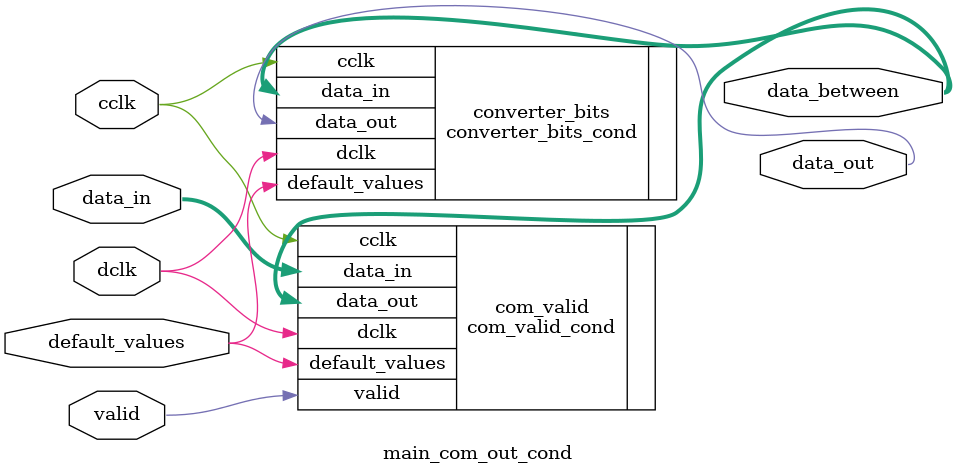
<source format=v>
`include "converter_bits.v"
`include "com_valid.v"

module main_com_out_cond(
			 input 	      cclk,
			 input 	      dclk,
			 input 	      valid,
			 input 	      default_values,
			 input [7:0]  data_in,
			 output [7:0] data_between,
			 output       data_out
			 );


   com_valid_cond com_valid (
			     .cclk (cclk),
			     .dclk	(dclk),
			     .valid (valid),
			     .data_in (data_in),
			     .data_out (data_between),
			     .default_values (default_values)
			     );


   converter_bits_cond converter_bits (
				       .cclk (cclk),
				       .dclk (dclk),
				       .data_in (data_between),
				       .data_out (data_out),
				       .default_values (default_values)
				       );



   
endmodule // BancoPruebas

</source>
